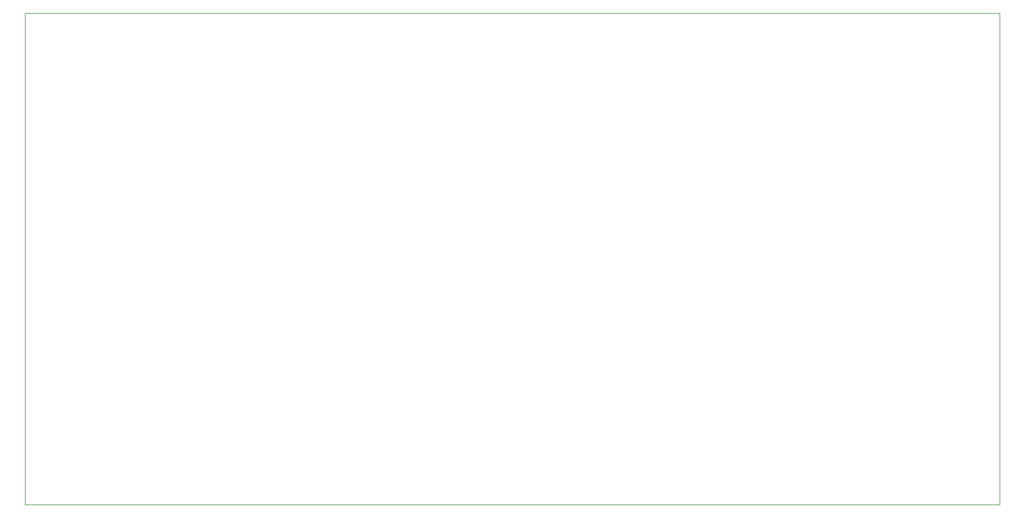
<source format=gbr>
%TF.GenerationSoftware,KiCad,Pcbnew,7.0.9*%
%TF.CreationDate,2024-02-04T14:24:30+02:00*%
%TF.ProjectId,Liubomir_Stanev_project,4c697562-6f6d-4697-925f-5374616e6576,rev?*%
%TF.SameCoordinates,Original*%
%TF.FileFunction,Profile,NP*%
%FSLAX46Y46*%
G04 Gerber Fmt 4.6, Leading zero omitted, Abs format (unit mm)*
G04 Created by KiCad (PCBNEW 7.0.9) date 2024-02-04 14:24:30*
%MOMM*%
%LPD*%
G01*
G04 APERTURE LIST*
%TA.AperFunction,Profile*%
%ADD10C,0.100000*%
%TD*%
G04 APERTURE END LIST*
D10*
X50500000Y-40500000D02*
X196000000Y-40500000D01*
X196000000Y-114000000D01*
X50500000Y-114000000D01*
X50500000Y-40500000D01*
M02*

</source>
